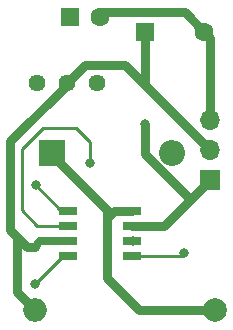
<source format=gbr>
%TF.GenerationSoftware,KiCad,Pcbnew,8.0.1-rc1*%
%TF.CreationDate,2024-11-19T18:39:50-08:00*%
%TF.ProjectId,LM2597-Adj,4c4d3235-3937-42d4-9164-6a2e6b696361,rev?*%
%TF.SameCoordinates,Original*%
%TF.FileFunction,Copper,L1,Top*%
%TF.FilePolarity,Positive*%
%FSLAX46Y46*%
G04 Gerber Fmt 4.6, Leading zero omitted, Abs format (unit mm)*
G04 Created by KiCad (PCBNEW 8.0.1-rc1) date 2024-11-19 18:39:50*
%MOMM*%
%LPD*%
G01*
G04 APERTURE LIST*
%TA.AperFunction,ComponentPad*%
%ADD10C,1.440000*%
%TD*%
%TA.AperFunction,ComponentPad*%
%ADD11R,2.200000X2.200000*%
%TD*%
%TA.AperFunction,ComponentPad*%
%ADD12O,2.200000X2.200000*%
%TD*%
%TA.AperFunction,ComponentPad*%
%ADD13R,1.600000X1.600000*%
%TD*%
%TA.AperFunction,ComponentPad*%
%ADD14C,1.600000*%
%TD*%
%TA.AperFunction,ComponentPad*%
%ADD15R,1.700000X1.700000*%
%TD*%
%TA.AperFunction,ComponentPad*%
%ADD16O,1.700000X1.700000*%
%TD*%
%TA.AperFunction,ComponentPad*%
%ADD17C,2.000000*%
%TD*%
%TA.AperFunction,ComponentPad*%
%ADD18O,2.000000X2.000000*%
%TD*%
%TA.AperFunction,SMDPad,CuDef*%
%ADD19R,1.528000X0.650000*%
%TD*%
%TA.AperFunction,ViaPad*%
%ADD20C,0.800000*%
%TD*%
%TA.AperFunction,Conductor*%
%ADD21C,0.250000*%
%TD*%
%TA.AperFunction,Conductor*%
%ADD22C,0.762000*%
%TD*%
%TA.AperFunction,Conductor*%
%ADD23C,0.635000*%
%TD*%
G04 APERTURE END LIST*
D10*
%TO.P,RV1,1,1*%
%TO.N,unconnected-(RV1-Pad1)*%
X167285208Y-72202558D03*
%TO.P,RV1,2,2*%
%TO.N,VCC*%
X164745208Y-72202558D03*
%TO.P,RV1,3,3*%
%TO.N,Net-(IC1-FEEDBACK)*%
X162205208Y-72202558D03*
%TD*%
D11*
%TO.P,D1,1,K*%
%TO.N,Net-(D1-K)*%
X163481551Y-78100872D03*
D12*
%TO.P,D1,2,A*%
%TO.N,GND*%
X173641551Y-78100872D03*
%TD*%
D13*
%TO.P,C5,1*%
%TO.N,VCC*%
X171376915Y-67848426D03*
D14*
%TO.P,C5,2*%
%TO.N,GND*%
X176376915Y-67848426D03*
%TD*%
D15*
%TO.P,J1,1,Pin_1*%
%TO.N,+VDC*%
X176855208Y-80352770D03*
D16*
%TO.P,J1,2,Pin_2*%
%TO.N,VCC*%
X176855208Y-77812770D03*
%TO.P,J1,3,Pin_3*%
%TO.N,GND*%
X176855208Y-75272770D03*
%TD*%
D17*
%TO.P,L1,1,1*%
%TO.N,Net-(D1-K)*%
X177322931Y-91424700D03*
D18*
%TO.P,L1,2,2*%
%TO.N,VCC*%
X162082931Y-91424700D03*
%TD*%
D19*
%TO.P,IC1,1,ERROR_FLAG*%
%TO.N,Net-(IC1-ERROR_FLAG)*%
X164875831Y-82997863D03*
%TO.P,IC1,2,DELAY*%
%TO.N,Net-(IC1-DELAY)*%
X164875831Y-84267863D03*
%TO.P,IC1,3,BIAS_SUPPLY*%
%TO.N,VCC*%
X164875831Y-85537863D03*
%TO.P,IC1,4,FEEDBACK*%
%TO.N,Net-(IC1-FEEDBACK)*%
X164875831Y-86807863D03*
%TO.P,IC1,5,~{SHUTDOWN}/SOFT-START*%
%TO.N,Net-(IC1-~{SHUTDOWN}{slash}SOFT-START)*%
X170297831Y-86807863D03*
%TO.P,IC1,6,GROUND*%
%TO.N,GND*%
X170297831Y-85537863D03*
%TO.P,IC1,7,+VIN*%
%TO.N,+VDC*%
X170297831Y-84267863D03*
%TO.P,IC1,8,OUTPUT*%
%TO.N,Net-(D1-K)*%
X170297831Y-82997863D03*
%TD*%
D13*
%TO.P,C4,1*%
%TO.N,+VDC*%
X165038265Y-66577536D03*
D14*
%TO.P,C4,2*%
%TO.N,GND*%
X167538265Y-66577536D03*
%TD*%
D20*
%TO.N,Net-(IC1-ERROR_FLAG)*%
X162098906Y-80845003D03*
%TO.N,Net-(IC1-DELAY)*%
X166678870Y-78965848D03*
%TO.N,Net-(IC1-~{SHUTDOWN}{slash}SOFT-START)*%
X174642915Y-86538892D03*
%TO.N,GND*%
X170355417Y-85562226D03*
%TO.N,Net-(IC1-FEEDBACK)*%
X162067454Y-89191106D03*
%TO.N,VCC*%
X162017597Y-86033450D03*
%TO.N,+VDC*%
X171367264Y-75615436D03*
%TD*%
D21*
%TO.N,Net-(IC1-DELAY)*%
X166678870Y-77140053D02*
X166678870Y-78965848D01*
X162727344Y-76005079D02*
X165543896Y-76005079D01*
X160943991Y-77788432D02*
X162727344Y-76005079D01*
X160943991Y-82959143D02*
X160943991Y-77788432D01*
X162244974Y-84260126D02*
X160943991Y-82959143D01*
X164436831Y-84267863D02*
X164429094Y-84260126D01*
X164429094Y-84260126D02*
X162244974Y-84260126D01*
X164875831Y-84267863D02*
X164436831Y-84267863D01*
X165543896Y-76005079D02*
X166678870Y-77140053D01*
D22*
%TO.N,VCC*%
X159937278Y-77127278D02*
X159937278Y-84584662D01*
X159937278Y-84584662D02*
X160535011Y-85182395D01*
X164745208Y-72319348D02*
X159937278Y-77127278D01*
X164745208Y-72202558D02*
X164745208Y-72319348D01*
%TO.N,Net-(D1-K)*%
X168129883Y-82928967D02*
X168129883Y-83639811D01*
X163481551Y-78280635D02*
X168129883Y-82928967D01*
X163481551Y-78100872D02*
X163481551Y-78280635D01*
D21*
%TO.N,Net-(IC1-ERROR_FLAG)*%
X164251766Y-82997863D02*
X164875831Y-82997863D01*
X162098906Y-80845003D02*
X164251766Y-82997863D01*
D22*
%TO.N,VCC*%
X166288835Y-70658931D02*
X164745208Y-72202558D01*
X169701369Y-70658931D02*
X166288835Y-70658931D01*
X172674839Y-73632401D02*
X169701369Y-70658931D01*
D21*
%TO.N,Net-(IC1-~{SHUTDOWN}{slash}SOFT-START)*%
X174642915Y-86538892D02*
X174373944Y-86807863D01*
X174373944Y-86807863D02*
X170297831Y-86807863D01*
D22*
%TO.N,GND*%
X176855208Y-68326719D02*
X176376915Y-67848426D01*
X176855208Y-75272770D02*
X176855208Y-68326719D01*
X176376915Y-67848426D02*
X174724793Y-66196304D01*
X174724793Y-66196304D02*
X167919497Y-66196304D01*
X167919497Y-66196304D02*
X167538265Y-66577536D01*
D21*
%TO.N,Net-(IC1-FEEDBACK)*%
X164875831Y-86807863D02*
X164450697Y-86807863D01*
X164450697Y-86807863D02*
X162067454Y-89191106D01*
D22*
%TO.N,VCC*%
X160535011Y-85182395D02*
X160535011Y-89876780D01*
X161386066Y-86033450D02*
X162017597Y-86033450D01*
X160535011Y-85182395D02*
X161386066Y-86033450D01*
X176855208Y-77812770D02*
X172674839Y-73632401D01*
X171376915Y-67848426D02*
X171376915Y-72334477D01*
X160535011Y-89876780D02*
X162082931Y-91424700D01*
D23*
X162513184Y-85537863D02*
X162017597Y-86033450D01*
D22*
X171376915Y-72334477D02*
X172674839Y-73632401D01*
D23*
X164875831Y-85537863D02*
X162513184Y-85537863D01*
D22*
%TO.N,+VDC*%
X172940115Y-84267863D02*
X175215713Y-81992265D01*
X170297831Y-84267863D02*
X172940115Y-84267863D01*
X175215713Y-81992265D02*
X176855208Y-80352770D01*
X171367264Y-78203878D02*
X175155651Y-81992265D01*
X171367264Y-75615436D02*
X171367264Y-78203878D01*
X175155651Y-81992265D02*
X175215713Y-81992265D01*
%TO.N,Net-(D1-K)*%
X170297831Y-82997863D02*
X168771831Y-82997863D01*
X168771831Y-82997863D02*
X168129883Y-83639811D01*
X168129883Y-83639811D02*
X168129883Y-88670893D01*
X168129883Y-88670893D02*
X170883690Y-91424700D01*
X170883690Y-91424700D02*
X177322931Y-91424700D01*
%TD*%
M02*

</source>
